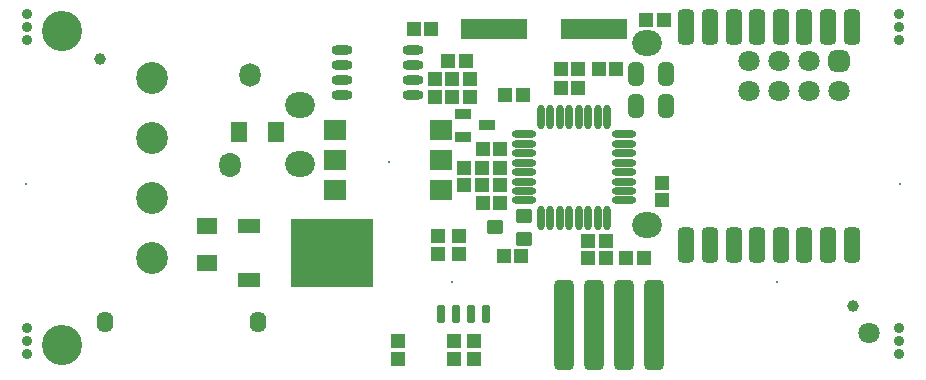
<source format=gbs>
G04 Layer_Color=16711935*
%FSLAX44Y44*%
%MOMM*%
G71*
G01*
G75*
%ADD10C,1.0000*%
%ADD60R,1.2032X1.2032*%
%ADD61R,1.2032X1.2032*%
%ADD65O,1.8032X0.8032*%
G04:AMPARAMS|DCode=68|XSize=1.7272mm|YSize=7.7032mm|CornerRadius=0.4826mm|HoleSize=0mm|Usage=FLASHONLY|Rotation=0.000|XOffset=0mm|YOffset=0mm|HoleType=Round|Shape=RoundedRectangle|*
%AMROUNDEDRECTD68*
21,1,1.7272,6.7380,0,0,0.0*
21,1,0.7620,7.7032,0,0,0.0*
1,1,0.9652,0.3810,-3.3690*
1,1,0.9652,-0.3810,-3.3690*
1,1,0.9652,-0.3810,3.3690*
1,1,0.9652,0.3810,3.3690*
%
%ADD68ROUNDEDRECTD68*%
G04:AMPARAMS|DCode=71|XSize=0.2032mm|YSize=0.2032mm|CornerRadius=0mm|HoleSize=0mm|Usage=FLASHONLY|Rotation=270.000|XOffset=0mm|YOffset=0mm|HoleType=Round|Shape=RoundedRectangle|*
%AMROUNDEDRECTD71*
21,1,0.2032,0.2032,0,0,270.0*
21,1,0.2032,0.2032,0,0,270.0*
1,1,0.0000,-0.1016,-0.1016*
1,1,0.0000,-0.1016,0.1016*
1,1,0.0000,0.1016,0.1016*
1,1,0.0000,0.1016,-0.1016*
%
%ADD71ROUNDEDRECTD71*%
%ADD72C,0.9032*%
%ADD73C,2.7032*%
%ADD74C,3.4032*%
G04:AMPARAMS|DCode=75|XSize=0.2032mm|YSize=0.2032mm|CornerRadius=0mm|HoleSize=0mm|Usage=FLASHONLY|Rotation=0.000|XOffset=0mm|YOffset=0mm|HoleType=Round|Shape=RoundedRectangle|*
%AMROUNDEDRECTD75*
21,1,0.2032,0.2032,0,0,0.0*
21,1,0.2032,0.2032,0,0,0.0*
1,1,0.0000,0.1016,-0.1016*
1,1,0.0000,-0.1016,-0.1016*
1,1,0.0000,-0.1016,0.1016*
1,1,0.0000,0.1016,0.1016*
%
%ADD75ROUNDEDRECTD75*%
%ADD76O,1.8032X2.1032*%
%ADD77O,1.8032X2.0032*%
%ADD78C,1.8032*%
G04:AMPARAMS|DCode=79|XSize=1.8032mm|YSize=1.8032mm|CornerRadius=0.5016mm|HoleSize=0mm|Usage=FLASHONLY|Rotation=0.000|XOffset=0mm|YOffset=0mm|HoleType=Round|Shape=RoundedRectangle|*
%AMROUNDEDRECTD79*
21,1,1.8032,0.8000,0,0,0.0*
21,1,0.8000,1.8032,0,0,0.0*
1,1,1.0032,0.4000,-0.4000*
1,1,1.0032,-0.4000,-0.4000*
1,1,1.0032,-0.4000,0.4000*
1,1,1.0032,0.4000,0.4000*
%
%ADD79ROUNDEDRECTD79*%
%ADD80O,2.5032X2.2032*%
%ADD81O,1.4032X1.8032*%
G04:AMPARAMS|DCode=82|XSize=3.0032mm|YSize=1.4032mm|CornerRadius=0.4016mm|HoleSize=0mm|Usage=FLASHONLY|Rotation=270.000|XOffset=0mm|YOffset=0mm|HoleType=Round|Shape=RoundedRectangle|*
%AMROUNDEDRECTD82*
21,1,3.0032,0.6000,0,0,270.0*
21,1,2.2000,1.4032,0,0,270.0*
1,1,0.8032,-0.3000,-1.1000*
1,1,0.8032,-0.3000,1.1000*
1,1,0.8032,0.3000,1.1000*
1,1,0.8032,0.3000,-1.1000*
%
%ADD82ROUNDEDRECTD82*%
G04:AMPARAMS|DCode=83|XSize=1.3032mm|YSize=2.0032mm|CornerRadius=0.3766mm|HoleSize=0mm|Usage=FLASHONLY|Rotation=0.000|XOffset=0mm|YOffset=0mm|HoleType=Round|Shape=RoundedRectangle|*
%AMROUNDEDRECTD83*
21,1,1.3032,1.2500,0,0,0.0*
21,1,0.5500,2.0032,0,0,0.0*
1,1,0.7532,0.2750,-0.6250*
1,1,0.7532,-0.2750,-0.6250*
1,1,0.7532,-0.2750,0.6250*
1,1,0.7532,0.2750,0.6250*
%
%ADD83ROUNDEDRECTD83*%
G04:AMPARAMS|DCode=84|XSize=1.5032mm|YSize=0.7532mm|CornerRadius=0.2391mm|HoleSize=0mm|Usage=FLASHONLY|Rotation=270.000|XOffset=0mm|YOffset=0mm|HoleType=Round|Shape=RoundedRectangle|*
%AMROUNDEDRECTD84*
21,1,1.5032,0.2750,0,0,270.0*
21,1,1.0250,0.7532,0,0,270.0*
1,1,0.4782,-0.1375,-0.5125*
1,1,0.4782,-0.1375,0.5125*
1,1,0.4782,0.1375,0.5125*
1,1,0.4782,0.1375,-0.5125*
%
%ADD84ROUNDEDRECTD84*%
%ADD85R,1.8032X1.4032*%
%ADD86R,1.4032X1.8032*%
%ADD87R,1.8532X1.2032*%
%ADD88R,7.0032X5.7532*%
G04:AMPARAMS|DCode=89|XSize=1.2032mm|YSize=1.4032mm|CornerRadius=0.2266mm|HoleSize=0mm|Usage=FLASHONLY|Rotation=90.000|XOffset=0mm|YOffset=0mm|HoleType=Round|Shape=RoundedRectangle|*
%AMROUNDEDRECTD89*
21,1,1.2032,0.9500,0,0,90.0*
21,1,0.7500,1.4032,0,0,90.0*
1,1,0.4532,0.4750,0.3750*
1,1,0.4532,0.4750,-0.3750*
1,1,0.4532,-0.4750,-0.3750*
1,1,0.4532,-0.4750,0.3750*
%
%ADD89ROUNDEDRECTD89*%
G04:AMPARAMS|DCode=90|XSize=0.8532mm|YSize=1.4032mm|CornerRadius=0.1829mm|HoleSize=0mm|Usage=FLASHONLY|Rotation=270.000|XOffset=0mm|YOffset=0mm|HoleType=Round|Shape=RoundedRectangle|*
%AMROUNDEDRECTD90*
21,1,0.8532,1.0375,0,0,270.0*
21,1,0.4875,1.4032,0,0,270.0*
1,1,0.3657,-0.5188,-0.2437*
1,1,0.3657,-0.5188,0.2437*
1,1,0.3657,0.5188,0.2437*
1,1,0.3657,0.5188,-0.2437*
%
%ADD90ROUNDEDRECTD90*%
%ADD91R,1.9032X1.7032*%
%ADD92O,2.0500X0.6500*%
%ADD93O,0.6500X2.0500*%
%ADD94R,5.7032X1.7032*%
%ADD95C,0.8032*%
D10*
X694944Y58674D02*
D03*
X57150Y267462D02*
D03*
D60*
X447142Y258867D02*
D03*
X462142D02*
D03*
X494244D02*
D03*
X479244D02*
D03*
X447142Y243078D02*
D03*
X462142D02*
D03*
X381102Y145288D02*
D03*
X396102D02*
D03*
X351892Y265938D02*
D03*
X366892D02*
D03*
X340462Y235458D02*
D03*
X355462D02*
D03*
X340462Y250698D02*
D03*
X355462D02*
D03*
X337682Y292608D02*
D03*
X322682D02*
D03*
X396102Y191008D02*
D03*
X381102D02*
D03*
X519532Y300228D02*
D03*
X534532D02*
D03*
X398882Y100838D02*
D03*
X413882D02*
D03*
X399916Y237430D02*
D03*
X414916D02*
D03*
X470274Y113792D02*
D03*
X485274D02*
D03*
X470274Y99314D02*
D03*
X485274D02*
D03*
X517377D02*
D03*
X502377D02*
D03*
D61*
X395732Y175648D02*
D03*
Y160648D02*
D03*
X374160Y13836D02*
D03*
Y28836D02*
D03*
X357057Y13836D02*
D03*
Y28836D02*
D03*
X309626Y13836D02*
D03*
Y28836D02*
D03*
X360765Y102736D02*
D03*
Y117736D02*
D03*
X343662Y102736D02*
D03*
Y117736D02*
D03*
X365742Y175648D02*
D03*
Y160648D02*
D03*
X370822Y235578D02*
D03*
Y250578D02*
D03*
X533382Y147948D02*
D03*
Y162948D02*
D03*
X380746Y175648D02*
D03*
Y160648D02*
D03*
D65*
X322082Y274828D02*
D03*
X322082Y262128D02*
D03*
Y249428D02*
D03*
Y236728D02*
D03*
X262082Y274828D02*
D03*
Y262128D02*
D03*
Y249428D02*
D03*
X262082Y236728D02*
D03*
D68*
X526542Y42164D02*
D03*
X501142D02*
D03*
X475742D02*
D03*
X450342D02*
D03*
D71*
X734314Y162052D02*
D03*
X-5334D02*
D03*
X630000Y78740D02*
D03*
X355600D02*
D03*
D72*
X733298Y305869D02*
D03*
Y294760D02*
D03*
Y283651D02*
D03*
D03*
Y294760D02*
D03*
Y305869D02*
D03*
Y17713D02*
D03*
Y28822D02*
D03*
Y39931D02*
D03*
X-4318D02*
D03*
Y28822D02*
D03*
Y17713D02*
D03*
Y305869D02*
D03*
Y294760D02*
D03*
Y283651D02*
D03*
D03*
Y294760D02*
D03*
Y305869D02*
D03*
D73*
X101346Y99147D02*
D03*
Y149947D02*
D03*
Y200747D02*
D03*
Y251547D02*
D03*
D74*
X25400Y291338D02*
D03*
Y25400D02*
D03*
D75*
X302242Y180000D02*
D03*
D76*
X167014Y177646D02*
D03*
D77*
X184014Y253646D02*
D03*
D78*
X708406Y35814D02*
D03*
X606900Y240538D02*
D03*
Y265938D02*
D03*
X632300Y240538D02*
D03*
Y265938D02*
D03*
X683100Y240538D02*
D03*
X657700Y265938D02*
D03*
Y240538D02*
D03*
D79*
X683100Y265938D02*
D03*
D80*
X226599Y178708D02*
D03*
Y228708D02*
D03*
X520599Y126708D02*
D03*
Y280708D02*
D03*
D81*
X190984Y44704D02*
D03*
X60984D02*
D03*
D82*
X553552Y294438D02*
D03*
X573552D02*
D03*
X593552D02*
D03*
X613552D02*
D03*
X633552D02*
D03*
X653552D02*
D03*
X673552D02*
D03*
X693552D02*
D03*
X553552Y110438D02*
D03*
X573552D02*
D03*
X593552D02*
D03*
X613552D02*
D03*
X633552D02*
D03*
X653552D02*
D03*
X673552D02*
D03*
X693552D02*
D03*
D83*
X511230Y254762D02*
D03*
X536630D02*
D03*
Y227746D02*
D03*
X511230D02*
D03*
D84*
X384302Y51562D02*
D03*
X371602D02*
D03*
X358902D02*
D03*
X346202D02*
D03*
D85*
X148082Y126490D02*
D03*
X148082Y94490D02*
D03*
D86*
X174500Y205740D02*
D03*
X206500Y205740D02*
D03*
D87*
X183622Y80478D02*
D03*
Y126278D02*
D03*
D88*
X253622Y103378D02*
D03*
D89*
X415842Y114968D02*
D03*
X391842Y124968D02*
D03*
X415842Y134968D02*
D03*
D90*
X364632Y201328D02*
D03*
X384632Y211328D02*
D03*
X364632Y221328D02*
D03*
D91*
X255972Y207518D02*
D03*
Y182118D02*
D03*
Y156718D02*
D03*
X345972D02*
D03*
Y182118D02*
D03*
Y207518D02*
D03*
D92*
X415952Y203768D02*
D03*
Y195768D02*
D03*
Y187768D02*
D03*
Y179768D02*
D03*
Y171768D02*
D03*
Y163768D02*
D03*
Y155768D02*
D03*
Y147768D02*
D03*
X500952D02*
D03*
Y155768D02*
D03*
Y163768D02*
D03*
Y171768D02*
D03*
Y179768D02*
D03*
Y187768D02*
D03*
X500952Y195768D02*
D03*
X500952Y203768D02*
D03*
D93*
X430452Y133268D02*
D03*
X438452D02*
D03*
X446452Y133268D02*
D03*
X454452Y133268D02*
D03*
X462452D02*
D03*
X470452D02*
D03*
X478452D02*
D03*
X486452D02*
D03*
X486452Y218268D02*
D03*
X478452Y218268D02*
D03*
X470452D02*
D03*
X462452Y218268D02*
D03*
X454452D02*
D03*
X446452D02*
D03*
X438452D02*
D03*
X430452D02*
D03*
D94*
X390552Y292608D02*
D03*
X475552D02*
D03*
D95*
X255270Y81280D02*
D03*
Y125476D02*
D03*
X281940Y104140D02*
D03*
X226060D02*
D03*
X265430D02*
D03*
X245110D02*
D03*
X281940Y125476D02*
D03*
Y81280D02*
D03*
X226060D02*
D03*
Y125476D02*
D03*
M02*

</source>
